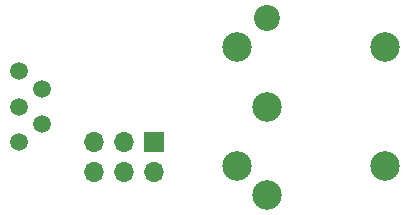
<source format=gbr>
%TF.GenerationSoftware,KiCad,Pcbnew,6.0.2+dfsg-1*%
%TF.CreationDate,2024-04-13T11:51:51+02:00*%
%TF.ProjectId,ps2_to_amiga,7073325f-746f-45f6-916d-6967612e6b69,rev?*%
%TF.SameCoordinates,Original*%
%TF.FileFunction,Soldermask,Bot*%
%TF.FilePolarity,Negative*%
%FSLAX46Y46*%
G04 Gerber Fmt 4.6, Leading zero omitted, Abs format (unit mm)*
G04 Created by KiCad (PCBNEW 6.0.2+dfsg-1) date 2024-04-13 11:51:51*
%MOMM*%
%LPD*%
G01*
G04 APERTURE LIST*
%ADD10R,1.700000X1.700000*%
%ADD11O,1.700000X1.700000*%
%ADD12C,2.200000*%
%ADD13C,2.500000*%
%ADD14C,1.500000*%
G04 APERTURE END LIST*
D10*
%TO.C,J2*%
X150500000Y-83000000D03*
D11*
X150500000Y-85540000D03*
X147960000Y-83000000D03*
X147960000Y-85540000D03*
X145420000Y-83000000D03*
X145420000Y-85540000D03*
%TD*%
D12*
%TO.C,J4*%
X160000000Y-72500000D03*
D13*
X160000000Y-80000000D03*
X160000000Y-87500000D03*
X157500000Y-75000000D03*
X157500000Y-85000000D03*
X170000000Y-85000000D03*
X170000000Y-75000000D03*
%TD*%
D14*
%TO.C,J1*%
X139000000Y-77000000D03*
X141000000Y-78500000D03*
X139000000Y-80000000D03*
X141000000Y-81500000D03*
X139000000Y-83000000D03*
%TD*%
M02*

</source>
